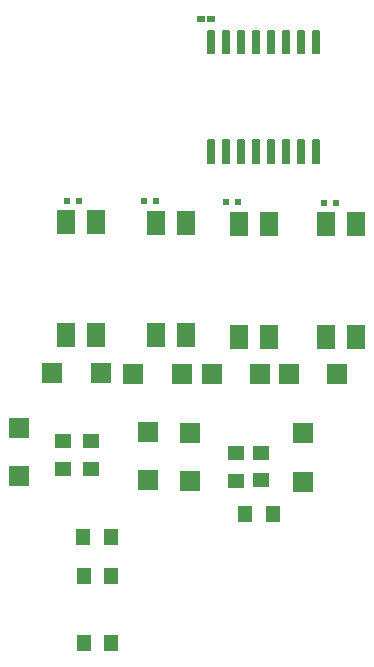
<source format=gbr>
G04 EAGLE Gerber RS-274X export*
G75*
%MOMM*%
%FSLAX34Y34*%
%LPD*%
%INSolderpaste Top*%
%IPPOS*%
%AMOC8*
5,1,8,0,0,1.08239X$1,22.5*%
G01*
%ADD10R,1.770000X1.800000*%
%ADD11R,1.800000X1.770000*%
%ADD12R,1.600000X2.000000*%
%ADD13C,0.150000*%
%ADD14R,0.650000X0.620000*%
%ADD15R,0.475000X0.500000*%
%ADD16R,1.400000X1.150000*%
%ADD17R,1.150000X1.400000*%


D10*
X117000Y180160D03*
X117000Y221000D03*
D11*
X185840Y267500D03*
X145000Y267500D03*
D12*
X156100Y299900D03*
X181500Y299900D03*
X181500Y395300D03*
X156100Y395300D03*
D13*
X281500Y445250D02*
X281500Y464350D01*
X281500Y445250D02*
X277000Y445250D01*
X277000Y464350D01*
X281500Y464350D01*
X281500Y446675D02*
X277000Y446675D01*
X277000Y448100D02*
X281500Y448100D01*
X281500Y449525D02*
X277000Y449525D01*
X277000Y450950D02*
X281500Y450950D01*
X281500Y452375D02*
X277000Y452375D01*
X277000Y453800D02*
X281500Y453800D01*
X281500Y455225D02*
X277000Y455225D01*
X277000Y456650D02*
X281500Y456650D01*
X281500Y458075D02*
X277000Y458075D01*
X277000Y459500D02*
X281500Y459500D01*
X281500Y460925D02*
X277000Y460925D01*
X277000Y462350D02*
X281500Y462350D01*
X281500Y463775D02*
X277000Y463775D01*
X294200Y464350D02*
X294200Y445250D01*
X289700Y445250D01*
X289700Y464350D01*
X294200Y464350D01*
X294200Y446675D02*
X289700Y446675D01*
X289700Y448100D02*
X294200Y448100D01*
X294200Y449525D02*
X289700Y449525D01*
X289700Y450950D02*
X294200Y450950D01*
X294200Y452375D02*
X289700Y452375D01*
X289700Y453800D02*
X294200Y453800D01*
X294200Y455225D02*
X289700Y455225D01*
X289700Y456650D02*
X294200Y456650D01*
X294200Y458075D02*
X289700Y458075D01*
X289700Y459500D02*
X294200Y459500D01*
X294200Y460925D02*
X289700Y460925D01*
X289700Y462350D02*
X294200Y462350D01*
X294200Y463775D02*
X289700Y463775D01*
X306900Y464350D02*
X306900Y445250D01*
X302400Y445250D01*
X302400Y464350D01*
X306900Y464350D01*
X306900Y446675D02*
X302400Y446675D01*
X302400Y448100D02*
X306900Y448100D01*
X306900Y449525D02*
X302400Y449525D01*
X302400Y450950D02*
X306900Y450950D01*
X306900Y452375D02*
X302400Y452375D01*
X302400Y453800D02*
X306900Y453800D01*
X306900Y455225D02*
X302400Y455225D01*
X302400Y456650D02*
X306900Y456650D01*
X306900Y458075D02*
X302400Y458075D01*
X302400Y459500D02*
X306900Y459500D01*
X306900Y460925D02*
X302400Y460925D01*
X302400Y462350D02*
X306900Y462350D01*
X306900Y463775D02*
X302400Y463775D01*
X319600Y464350D02*
X319600Y445250D01*
X315100Y445250D01*
X315100Y464350D01*
X319600Y464350D01*
X319600Y446675D02*
X315100Y446675D01*
X315100Y448100D02*
X319600Y448100D01*
X319600Y449525D02*
X315100Y449525D01*
X315100Y450950D02*
X319600Y450950D01*
X319600Y452375D02*
X315100Y452375D01*
X315100Y453800D02*
X319600Y453800D01*
X319600Y455225D02*
X315100Y455225D01*
X315100Y456650D02*
X319600Y456650D01*
X319600Y458075D02*
X315100Y458075D01*
X315100Y459500D02*
X319600Y459500D01*
X319600Y460925D02*
X315100Y460925D01*
X315100Y462350D02*
X319600Y462350D01*
X319600Y463775D02*
X315100Y463775D01*
X332300Y464350D02*
X332300Y445250D01*
X327800Y445250D01*
X327800Y464350D01*
X332300Y464350D01*
X332300Y446675D02*
X327800Y446675D01*
X327800Y448100D02*
X332300Y448100D01*
X332300Y449525D02*
X327800Y449525D01*
X327800Y450950D02*
X332300Y450950D01*
X332300Y452375D02*
X327800Y452375D01*
X327800Y453800D02*
X332300Y453800D01*
X332300Y455225D02*
X327800Y455225D01*
X327800Y456650D02*
X332300Y456650D01*
X332300Y458075D02*
X327800Y458075D01*
X327800Y459500D02*
X332300Y459500D01*
X332300Y460925D02*
X327800Y460925D01*
X327800Y462350D02*
X332300Y462350D01*
X332300Y463775D02*
X327800Y463775D01*
X345000Y464350D02*
X345000Y445250D01*
X340500Y445250D01*
X340500Y464350D01*
X345000Y464350D01*
X345000Y446675D02*
X340500Y446675D01*
X340500Y448100D02*
X345000Y448100D01*
X345000Y449525D02*
X340500Y449525D01*
X340500Y450950D02*
X345000Y450950D01*
X345000Y452375D02*
X340500Y452375D01*
X340500Y453800D02*
X345000Y453800D01*
X345000Y455225D02*
X340500Y455225D01*
X340500Y456650D02*
X345000Y456650D01*
X345000Y458075D02*
X340500Y458075D01*
X340500Y459500D02*
X345000Y459500D01*
X345000Y460925D02*
X340500Y460925D01*
X340500Y462350D02*
X345000Y462350D01*
X345000Y463775D02*
X340500Y463775D01*
X357700Y464350D02*
X357700Y445250D01*
X353200Y445250D01*
X353200Y464350D01*
X357700Y464350D01*
X357700Y446675D02*
X353200Y446675D01*
X353200Y448100D02*
X357700Y448100D01*
X357700Y449525D02*
X353200Y449525D01*
X353200Y450950D02*
X357700Y450950D01*
X357700Y452375D02*
X353200Y452375D01*
X353200Y453800D02*
X357700Y453800D01*
X357700Y455225D02*
X353200Y455225D01*
X353200Y456650D02*
X357700Y456650D01*
X357700Y458075D02*
X353200Y458075D01*
X353200Y459500D02*
X357700Y459500D01*
X357700Y460925D02*
X353200Y460925D01*
X353200Y462350D02*
X357700Y462350D01*
X357700Y463775D02*
X353200Y463775D01*
X370400Y464350D02*
X370400Y445250D01*
X365900Y445250D01*
X365900Y464350D01*
X370400Y464350D01*
X370400Y446675D02*
X365900Y446675D01*
X365900Y448100D02*
X370400Y448100D01*
X370400Y449525D02*
X365900Y449525D01*
X365900Y450950D02*
X370400Y450950D01*
X370400Y452375D02*
X365900Y452375D01*
X365900Y453800D02*
X370400Y453800D01*
X370400Y455225D02*
X365900Y455225D01*
X365900Y456650D02*
X370400Y456650D01*
X370400Y458075D02*
X365900Y458075D01*
X365900Y459500D02*
X370400Y459500D01*
X370400Y460925D02*
X365900Y460925D01*
X365900Y462350D02*
X370400Y462350D01*
X370400Y463775D02*
X365900Y463775D01*
X370400Y538050D02*
X370400Y557150D01*
X370400Y538050D02*
X365900Y538050D01*
X365900Y557150D01*
X370400Y557150D01*
X370400Y539475D02*
X365900Y539475D01*
X365900Y540900D02*
X370400Y540900D01*
X370400Y542325D02*
X365900Y542325D01*
X365900Y543750D02*
X370400Y543750D01*
X370400Y545175D02*
X365900Y545175D01*
X365900Y546600D02*
X370400Y546600D01*
X370400Y548025D02*
X365900Y548025D01*
X365900Y549450D02*
X370400Y549450D01*
X370400Y550875D02*
X365900Y550875D01*
X365900Y552300D02*
X370400Y552300D01*
X370400Y553725D02*
X365900Y553725D01*
X365900Y555150D02*
X370400Y555150D01*
X370400Y556575D02*
X365900Y556575D01*
X357700Y557150D02*
X357700Y538050D01*
X353200Y538050D01*
X353200Y557150D01*
X357700Y557150D01*
X357700Y539475D02*
X353200Y539475D01*
X353200Y540900D02*
X357700Y540900D01*
X357700Y542325D02*
X353200Y542325D01*
X353200Y543750D02*
X357700Y543750D01*
X357700Y545175D02*
X353200Y545175D01*
X353200Y546600D02*
X357700Y546600D01*
X357700Y548025D02*
X353200Y548025D01*
X353200Y549450D02*
X357700Y549450D01*
X357700Y550875D02*
X353200Y550875D01*
X353200Y552300D02*
X357700Y552300D01*
X357700Y553725D02*
X353200Y553725D01*
X353200Y555150D02*
X357700Y555150D01*
X357700Y556575D02*
X353200Y556575D01*
X345000Y557150D02*
X345000Y538050D01*
X340500Y538050D01*
X340500Y557150D01*
X345000Y557150D01*
X345000Y539475D02*
X340500Y539475D01*
X340500Y540900D02*
X345000Y540900D01*
X345000Y542325D02*
X340500Y542325D01*
X340500Y543750D02*
X345000Y543750D01*
X345000Y545175D02*
X340500Y545175D01*
X340500Y546600D02*
X345000Y546600D01*
X345000Y548025D02*
X340500Y548025D01*
X340500Y549450D02*
X345000Y549450D01*
X345000Y550875D02*
X340500Y550875D01*
X340500Y552300D02*
X345000Y552300D01*
X345000Y553725D02*
X340500Y553725D01*
X340500Y555150D02*
X345000Y555150D01*
X345000Y556575D02*
X340500Y556575D01*
X332300Y557150D02*
X332300Y538050D01*
X327800Y538050D01*
X327800Y557150D01*
X332300Y557150D01*
X332300Y539475D02*
X327800Y539475D01*
X327800Y540900D02*
X332300Y540900D01*
X332300Y542325D02*
X327800Y542325D01*
X327800Y543750D02*
X332300Y543750D01*
X332300Y545175D02*
X327800Y545175D01*
X327800Y546600D02*
X332300Y546600D01*
X332300Y548025D02*
X327800Y548025D01*
X327800Y549450D02*
X332300Y549450D01*
X332300Y550875D02*
X327800Y550875D01*
X327800Y552300D02*
X332300Y552300D01*
X332300Y553725D02*
X327800Y553725D01*
X327800Y555150D02*
X332300Y555150D01*
X332300Y556575D02*
X327800Y556575D01*
X319600Y557150D02*
X319600Y538050D01*
X315100Y538050D01*
X315100Y557150D01*
X319600Y557150D01*
X319600Y539475D02*
X315100Y539475D01*
X315100Y540900D02*
X319600Y540900D01*
X319600Y542325D02*
X315100Y542325D01*
X315100Y543750D02*
X319600Y543750D01*
X319600Y545175D02*
X315100Y545175D01*
X315100Y546600D02*
X319600Y546600D01*
X319600Y548025D02*
X315100Y548025D01*
X315100Y549450D02*
X319600Y549450D01*
X319600Y550875D02*
X315100Y550875D01*
X315100Y552300D02*
X319600Y552300D01*
X319600Y553725D02*
X315100Y553725D01*
X315100Y555150D02*
X319600Y555150D01*
X319600Y556575D02*
X315100Y556575D01*
X306900Y557150D02*
X306900Y538050D01*
X302400Y538050D01*
X302400Y557150D01*
X306900Y557150D01*
X306900Y539475D02*
X302400Y539475D01*
X302400Y540900D02*
X306900Y540900D01*
X306900Y542325D02*
X302400Y542325D01*
X302400Y543750D02*
X306900Y543750D01*
X306900Y545175D02*
X302400Y545175D01*
X302400Y546600D02*
X306900Y546600D01*
X306900Y548025D02*
X302400Y548025D01*
X302400Y549450D02*
X306900Y549450D01*
X306900Y550875D02*
X302400Y550875D01*
X302400Y552300D02*
X306900Y552300D01*
X306900Y553725D02*
X302400Y553725D01*
X302400Y555150D02*
X306900Y555150D01*
X306900Y556575D02*
X302400Y556575D01*
X294200Y557150D02*
X294200Y538050D01*
X289700Y538050D01*
X289700Y557150D01*
X294200Y557150D01*
X294200Y539475D02*
X289700Y539475D01*
X289700Y540900D02*
X294200Y540900D01*
X294200Y542325D02*
X289700Y542325D01*
X289700Y543750D02*
X294200Y543750D01*
X294200Y545175D02*
X289700Y545175D01*
X289700Y546600D02*
X294200Y546600D01*
X294200Y548025D02*
X289700Y548025D01*
X289700Y549450D02*
X294200Y549450D01*
X294200Y550875D02*
X289700Y550875D01*
X289700Y552300D02*
X294200Y552300D01*
X294200Y553725D02*
X289700Y553725D01*
X289700Y555150D02*
X294200Y555150D01*
X294200Y556575D02*
X289700Y556575D01*
X281500Y557150D02*
X281500Y538050D01*
X277000Y538050D01*
X277000Y557150D01*
X281500Y557150D01*
X281500Y539475D02*
X277000Y539475D01*
X277000Y540900D02*
X281500Y540900D01*
X281500Y542325D02*
X277000Y542325D01*
X277000Y543750D02*
X281500Y543750D01*
X281500Y545175D02*
X277000Y545175D01*
X277000Y546600D02*
X281500Y546600D01*
X281500Y548025D02*
X277000Y548025D01*
X277000Y549450D02*
X281500Y549450D01*
X281500Y550875D02*
X277000Y550875D01*
X277000Y552300D02*
X281500Y552300D01*
X281500Y553725D02*
X277000Y553725D01*
X277000Y555150D02*
X281500Y555150D01*
X281500Y556575D02*
X277000Y556575D01*
D14*
X279300Y567000D03*
X270500Y567000D03*
D15*
X167240Y413000D03*
X157000Y413000D03*
D16*
X154000Y186500D03*
X154000Y210000D03*
D17*
X171000Y128500D03*
X194500Y128500D03*
D12*
X232300Y299300D03*
X257700Y299300D03*
X257700Y394700D03*
X232300Y394700D03*
D10*
X226000Y177080D03*
X226000Y217920D03*
D11*
X254420Y267000D03*
X213580Y267000D03*
D15*
X222760Y413000D03*
X233000Y413000D03*
D16*
X178000Y186500D03*
X178000Y210000D03*
D17*
X171500Y96000D03*
X195000Y96000D03*
D12*
X302800Y298300D03*
X328200Y298300D03*
X328200Y393700D03*
X302800Y393700D03*
D10*
X261500Y176080D03*
X261500Y216920D03*
D11*
X320920Y267000D03*
X280080Y267000D03*
D15*
X292260Y412000D03*
X302500Y412000D03*
D16*
X300500Y176000D03*
X300500Y199500D03*
D17*
X308000Y148000D03*
X331500Y148000D03*
D12*
X376300Y298300D03*
X401700Y298300D03*
X401700Y393700D03*
X376300Y393700D03*
D10*
X357000Y175580D03*
X357000Y216420D03*
D11*
X385920Y266500D03*
X345080Y266500D03*
D15*
X385240Y411500D03*
X375000Y411500D03*
D16*
X322000Y176500D03*
X322000Y200000D03*
D17*
X195000Y39000D03*
X171500Y39000D03*
M02*

</source>
